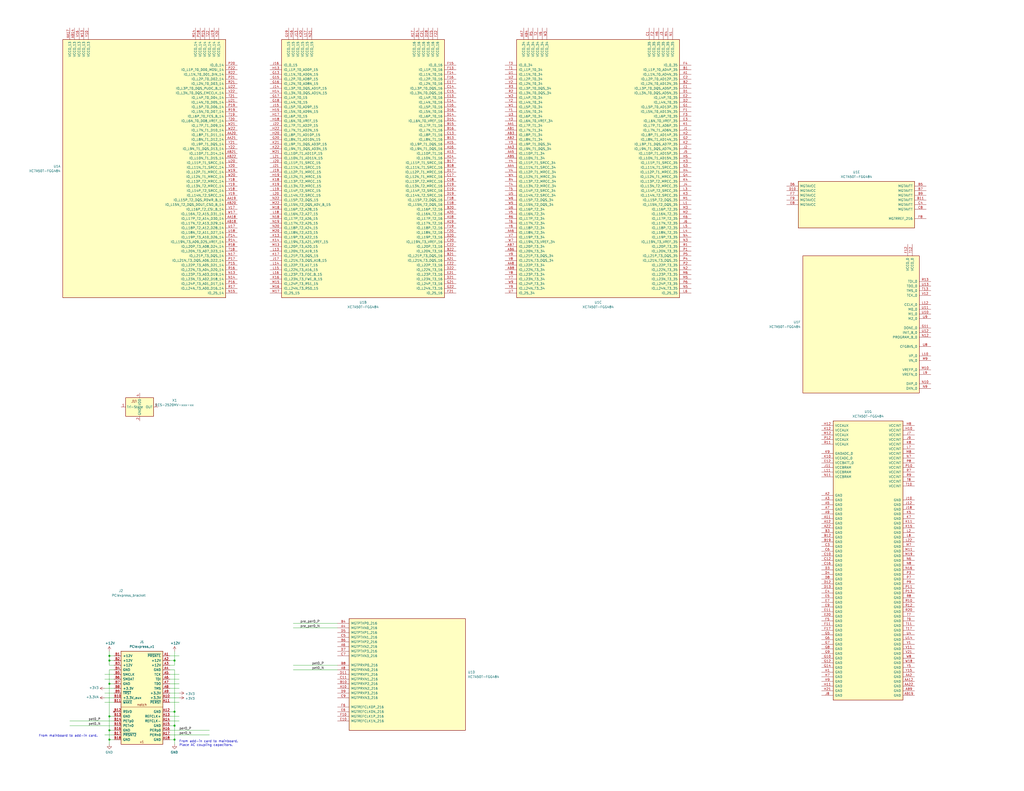
<source format=kicad_sch>
(kicad_sch (version 20230121) (generator eeschema)
  (paper "C")
  (title_block (title "PCIexpress_x1_low") (company "Author: Luca Anastasio"))
  (lib_symbols
    (symbol "FPGA_Xilinx_Artix7:XC7A50T-FGG484" (pin_names (offset 1.016))
      (property "Reference" "U" (at 0 1.27 0))
      (property "Value" "XC7A50T-FGG484" (at 0 -1.27 0))
      (symbol "XC7A50T-FGG484_1_1"
        (pin power_in line (at -40.64 73.66 270) (length 6.35) (name "VCCO_13") (number "AA17"))
        (pin bidirectional line (at 50.8 -30.48 180) (length 6.35) (name "IO_L17P_T2_A14_D30_14") (number "AA18"))
        (pin bidirectional line (at 50.8 -20.32 180) (length 6.35) (name "IO_L15P_T2_DQS_RDWR_B_14") (number "AA19"))
        (pin bidirectional line (at 50.8 15.24 180) (length 6.35) (name "IO_L8P_T1_D11_14") (number "AA20"))
        (pin bidirectional line (at 50.8 12.7 180) (length 6.35) (name "IO_L8N_T1_D12_14") (number "AA21"))
        (pin power_in line (at -38.1 73.66 270) (length 6.35) (name "VCCO_13") (number "AB14"))
        (pin bidirectional line (at 50.8 -33.02 180) (length 6.35) (name "IO_L17N_T2_A13_D29_14") (number "AB18"))
        (pin bidirectional line (at 50.8 -22.86 180) (length 6.35) (name "IO_L15N_T2_DQS_DOUT_CSO_B_14") (number "AB20"))
        (pin bidirectional line (at 50.8 5.08 180) (length 6.35) (name "IO_L10P_T1_D14_14") (number "AB21"))
        (pin bidirectional line (at 50.8 2.54 180) (length 6.35) (name "IO_L10N_T1_D15_14") (number "AB22"))
        (pin power_in line (at 27.94 73.66 270) (length 6.35) (name "VCCO_14") (number "M14"))
        (pin bidirectional line (at 50.8 -60.96 180) (length 6.35) (name "IO_L23P_T3_A03_D19_14") (number "N13"))
        (pin bidirectional line (at 50.8 -63.5 180) (length 6.35) (name "IO_L23N_T3_A02_D18_14") (number "N14"))
        (pin bidirectional line (at 50.8 -71.12 180) (length 6.35) (name "IO_25_14") (number "N15"))
        (pin bidirectional line (at 50.8 -50.8 180) (length 6.35) (name "IO_L21P_T3_DQS_14") (number "N17"))
        (pin bidirectional line (at 50.8 -40.64 180) (length 6.35) (name "IO_L19P_T3_A10_D26_14") (number "P14"))
        (pin bidirectional line (at 50.8 -55.88 180) (length 6.35) (name "IO_L22P_T3_A05_D21_14") (number "P15"))
        (pin bidirectional line (at 50.8 -66.04 180) (length 6.35) (name "IO_L24P_T3_A01_D17_14") (number "P16"))
        (pin bidirectional line (at 50.8 -53.34 180) (length 6.35) (name "IO_L21N_T3_DQS_A06_D22_14") (number "P17"))
        (pin power_in line (at 30.48 73.66 270) (length 6.35) (name "VCCO_14") (number "P18"))
        (pin bidirectional line (at 50.8 30.48 180) (length 6.35) (name "IO_L5P_T0_D06_14") (number "P19"))
        (pin bidirectional line (at 50.8 53.34 180) (length 6.35) (name "IO_0_14") (number "P20"))
        (pin bidirectional line (at 50.8 45.72 180) (length 6.35) (name "IO_L2P_T0_D02_14") (number "P21"))
        (pin bidirectional line (at 50.8 50.8 180) (length 6.35) (name "IO_L1P_T0_D00_MOSI_14") (number "P22"))
        (pin bidirectional line (at 50.8 -43.18 180) (length 6.35) (name "IO_L19N_T3_A09_D25_VREF_14") (number "R14"))
        (pin power_in line (at 33.02 73.66 270) (length 6.35) (name "VCCO_14") (number "R15"))
        (pin bidirectional line (at 50.8 -58.42 180) (length 6.35) (name "IO_L22N_T3_A04_D20_14") (number "R16"))
        (pin bidirectional line (at 50.8 -68.58 180) (length 6.35) (name "IO_L24N_T3_A00_D16_14") (number "R17"))
        (pin bidirectional line (at 50.8 -45.72 180) (length 6.35) (name "IO_L20P_T3_A08_D24_14") (number "R18"))
        (pin bidirectional line (at 50.8 27.94 180) (length 6.35) (name "IO_L5N_T0_D07_14") (number "R19"))
        (pin bidirectional line (at 50.8 43.18 180) (length 6.35) (name "IO_L2N_T0_D03_14") (number "R21"))
        (pin bidirectional line (at 50.8 48.26 180) (length 6.35) (name "IO_L1N_T0_D01_DIN_14") (number "R22"))
        (pin bidirectional line (at 50.8 -48.26 180) (length 6.35) (name "IO_L20N_T3_A07_D23_14") (number "T18"))
        (pin bidirectional line (at 50.8 25.4 180) (length 6.35) (name "IO_L6P_T0_FCS_B_14") (number "T19"))
        (pin bidirectional line (at 50.8 22.86 180) (length 6.35) (name "IO_L6N_T0_D08_VREF_14") (number "T20"))
        (pin bidirectional line (at 50.8 35.56 180) (length 6.35) (name "IO_L4P_T0_D04_14") (number "T21"))
        (pin power_in line (at 35.56 73.66 270) (length 6.35) (name "VCCO_14") (number "T22"))
        (pin bidirectional line (at 50.8 -35.56 180) (length 6.35) (name "IO_L18P_T2_A12_D28_14") (number "U17"))
        (pin bidirectional line (at 50.8 -38.1 180) (length 6.35) (name "IO_L18N_T2_A11_D27_14") (number "U18"))
        (pin power_in line (at 38.1 73.66 270) (length 6.35) (name "VCCO_14") (number "U19"))
        (pin bidirectional line (at 50.8 0 180) (length 6.35) (name "IO_L11P_T1_SRCC_14") (number "U20"))
        (pin bidirectional line (at 50.8 33.02 180) (length 6.35) (name "IO_L4N_T0_D05_14") (number "U21"))
        (pin bidirectional line (at 50.8 40.64 180) (length 6.35) (name "IO_L3P_T0_DQS_PUDC_B_14") (number "U22"))
        (pin power_in line (at -35.56 73.66 270) (length 6.35) (name "VCCO_13") (number "V16"))
        (pin bidirectional line (at 50.8 -25.4 180) (length 6.35) (name "IO_L16P_T2_CSI_B_14") (number "V17"))
        (pin bidirectional line (at 50.8 -15.24 180) (length 6.35) (name "IO_L14P_T2_SRCC_14") (number "V18"))
        (pin bidirectional line (at 50.8 -17.78 180) (length 6.35) (name "IO_L14N_T2_SRCC_14") (number "V19"))
        (pin bidirectional line (at 50.8 -2.54 180) (length 6.35) (name "IO_L11N_T1_SRCC_14") (number "V20"))
        (pin bidirectional line (at 50.8 38.1 180) (length 6.35) (name "IO_L3N_T0_DQS_EMCCLK_14") (number "V22"))
        (pin power_in line (at -33.02 73.66 270) (length 6.35) (name "VCCO_13") (number "W13"))
        (pin bidirectional line (at 50.8 -27.94 180) (length 6.35) (name "IO_L16N_T2_A15_D31_14") (number "W17"))
        (pin bidirectional line (at 50.8 -5.08 180) (length 6.35) (name "IO_L12P_T1_MRCC_14") (number "W19"))
        (pin bidirectional line (at 50.8 -7.62 180) (length 6.35) (name "IO_L12N_T1_MRCC_14") (number "W20"))
        (pin bidirectional line (at 50.8 20.32 180) (length 6.35) (name "IO_L7P_T1_D09_14") (number "W21"))
        (pin bidirectional line (at 50.8 17.78 180) (length 6.35) (name "IO_L7N_T1_D10_14") (number "W22"))
        (pin power_in line (at -30.48 73.66 270) (length 6.35) (name "VCCO_13") (number "Y10"))
        (pin bidirectional line (at 50.8 -10.16 180) (length 6.35) (name "IO_L13P_T2_MRCC_14") (number "Y18"))
        (pin bidirectional line (at 50.8 -12.7 180) (length 6.35) (name "IO_L13N_T2_MRCC_14") (number "Y19"))
        (pin power_in line (at 40.64 73.66 270) (length 6.35) (name "VCCO_14") (number "Y20"))
        (pin bidirectional line (at 50.8 10.16 180) (length 6.35) (name "IO_L9P_T1_DQS_14") (number "Y21"))
        (pin bidirectional line (at 50.8 7.62 180) (length 6.35) (name "IO_L9N_T1_DQS_D13_14") (number "Y22"))
      )
      (symbol "XC7A50T-FGG484_2_1"
        (pin bidirectional line (at 50.8 5.08 180) (length 6.35) (name "IO_L10P_T1_16") (number "A13"))
        (pin bidirectional line (at 50.8 2.54 180) (length 6.35) (name "IO_L10N_T1_16") (number "A14"))
        (pin bidirectional line (at 50.8 10.16 180) (length 6.35) (name "IO_L9P_T1_DQS_16") (number "A15"))
        (pin bidirectional line (at 50.8 7.62 180) (length 6.35) (name "IO_L9N_T1_DQS_16") (number "A16"))
        (pin power_in line (at 27.94 73.66 270) (length 6.35) (name "VCCO_16") (number "A17"))
        (pin bidirectional line (at 50.8 -30.48 180) (length 6.35) (name "IO_L17P_T2_16") (number "A18"))
        (pin bidirectional line (at 50.8 -33.02 180) (length 6.35) (name "IO_L17N_T2_16") (number "A19"))
        (pin bidirectional line (at 50.8 -27.94 180) (length 6.35) (name "IO_L16N_T2_16") (number "A20"))
        (pin bidirectional line (at 50.8 -53.34 180) (length 6.35) (name "IO_L21N_T3_DQS_16") (number "A21"))
        (pin bidirectional line (at 50.8 12.7 180) (length 6.35) (name "IO_L8N_T1_16") (number "B13"))
        (pin power_in line (at 30.48 73.66 270) (length 6.35) (name "VCCO_16") (number "B14"))
        (pin bidirectional line (at 50.8 20.32 180) (length 6.35) (name "IO_L7P_T1_16") (number "B15"))
        (pin bidirectional line (at 50.8 17.78 180) (length 6.35) (name "IO_L7N_T1_16") (number "B16"))
        (pin bidirectional line (at 50.8 0 180) (length 6.35) (name "IO_L11P_T1_SRCC_16") (number "B17"))
        (pin bidirectional line (at 50.8 -2.54 180) (length 6.35) (name "IO_L11N_T1_SRCC_16") (number "B18"))
        (pin bidirectional line (at 50.8 -25.4 180) (length 6.35) (name "IO_L16P_T2_16") (number "B20"))
        (pin bidirectional line (at 50.8 -50.8 180) (length 6.35) (name "IO_L21P_T3_DQS_16") (number "B21"))
        (pin bidirectional line (at 50.8 -48.26 180) (length 6.35) (name "IO_L20N_T3_16") (number "B22"))
        (pin bidirectional line (at 50.8 15.24 180) (length 6.35) (name "IO_L8P_T1_16") (number "C13"))
        (pin bidirectional line (at 50.8 40.64 180) (length 6.35) (name "IO_L3P_T0_DQS_16") (number "C14"))
        (pin bidirectional line (at 50.8 38.1 180) (length 6.35) (name "IO_L3N_T0_DQS_16") (number "C15"))
        (pin bidirectional line (at 50.8 -7.62 180) (length 6.35) (name "IO_L12N_T1_MRCC_16") (number "C17"))
        (pin bidirectional line (at 50.8 -10.16 180) (length 6.35) (name "IO_L13P_T2_MRCC_16") (number "C18"))
        (pin bidirectional line (at 50.8 -12.7 180) (length 6.35) (name "IO_L13N_T2_MRCC_16") (number "C19"))
        (pin bidirectional line (at 50.8 -43.18 180) (length 6.35) (name "IO_L19N_T3_VREF_16") (number "C20"))
        (pin power_in line (at 33.02 73.66 270) (length 6.35) (name "VCCO_16") (number "C21"))
        (pin bidirectional line (at 50.8 -45.72 180) (length 6.35) (name "IO_L20P_T3_16") (number "C22"))
        (pin bidirectional line (at 50.8 25.4 180) (length 6.35) (name "IO_L6P_T0_16") (number "D14"))
        (pin bidirectional line (at 50.8 22.86 180) (length 6.35) (name "IO_L6N_T0_VREF_16") (number "D15"))
        (pin bidirectional line (at 50.8 27.94 180) (length 6.35) (name "IO_L5N_T0_16") (number "D16"))
        (pin bidirectional line (at 50.8 -5.08 180) (length 6.35) (name "IO_L12P_T1_MRCC_16") (number "D17"))
        (pin power_in line (at 35.56 73.66 270) (length 6.35) (name "VCCO_16") (number "D18"))
        (pin bidirectional line (at 50.8 -17.78 180) (length 6.35) (name "IO_L14N_T2_SRCC_16") (number "D19"))
        (pin bidirectional line (at 50.8 -40.64 180) (length 6.35) (name "IO_L19P_T3_16") (number "D20"))
        (pin bidirectional line (at 50.8 -63.5 180) (length 6.35) (name "IO_L23N_T3_16") (number "D21"))
        (pin bidirectional line (at 50.8 -58.42 180) (length 6.35) (name "IO_L22N_T3_16") (number "D22"))
        (pin bidirectional line (at 50.8 35.56 180) (length 6.35) (name "IO_L4P_T0_16") (number "E13"))
        (pin bidirectional line (at 50.8 33.02 180) (length 6.35) (name "IO_L4N_T0_16") (number "E14"))
        (pin power_in line (at 38.1 73.66 270) (length 6.35) (name "VCCO_16") (number "E15"))
        (pin bidirectional line (at 50.8 30.48 180) (length 6.35) (name "IO_L5P_T0_16") (number "E16"))
        (pin bidirectional line (at 50.8 43.18 180) (length 6.35) (name "IO_L2N_T0_16") (number "E17"))
        (pin bidirectional line (at 50.8 -22.86 180) (length 6.35) (name "IO_L15N_T2_DQS_16") (number "E18"))
        (pin bidirectional line (at 50.8 -15.24 180) (length 6.35) (name "IO_L14P_T2_SRCC_16") (number "E19"))
        (pin bidirectional line (at 50.8 -60.96 180) (length 6.35) (name "IO_L23P_T3_16") (number "E21"))
        (pin bidirectional line (at 50.8 -55.88 180) (length 6.35) (name "IO_L22P_T3_16") (number "E22"))
        (pin bidirectional line (at 50.8 50.8 180) (length 6.35) (name "IO_L1P_T0_16") (number "F13"))
        (pin bidirectional line (at 50.8 48.26 180) (length 6.35) (name "IO_L1N_T0_16") (number "F14"))
        (pin bidirectional line (at 50.8 53.34 180) (length 6.35) (name "IO_0_16") (number "F15"))
        (pin bidirectional line (at 50.8 45.72 180) (length 6.35) (name "IO_L2P_T0_16") (number "F16"))
        (pin bidirectional line (at 50.8 -20.32 180) (length 6.35) (name "IO_L15P_T2_DQS_16") (number "F18"))
        (pin bidirectional line (at 50.8 -35.56 180) (length 6.35) (name "IO_L18P_T2_16") (number "F19"))
        (pin bidirectional line (at 50.8 -38.1 180) (length 6.35) (name "IO_L18N_T2_16") (number "F20"))
        (pin bidirectional line (at 50.8 -71.12 180) (length 6.35) (name "IO_25_16") (number "F21"))
        (pin power_in line (at 40.64 73.66 270) (length 6.35) (name "VCCO_16") (number "F22"))
        (pin bidirectional line (at -50.8 48.26 0) (length 6.35) (name "IO_L1N_T0_AD0N_15") (number "G13"))
        (pin bidirectional line (at -50.8 45.72 0) (length 6.35) (name "IO_L2P_T0_AD8P_15") (number "G15"))
        (pin bidirectional line (at -50.8 43.18 0) (length 6.35) (name "IO_L2N_T0_AD8N_15") (number "G16"))
        (pin bidirectional line (at -50.8 35.56 0) (length 6.35) (name "IO_L4P_T0_15") (number "G17"))
        (pin bidirectional line (at -50.8 33.02 0) (length 6.35) (name "IO_L4N_T0_15") (number "G18"))
        (pin power_in line (at -40.64 73.66 270) (length 6.35) (name "VCCO_15") (number "G19"))
        (pin bidirectional line (at -50.8 12.7 0) (length 6.35) (name "IO_L8N_T1_AD10N_15") (number "G20"))
        (pin bidirectional line (at 50.8 -66.04 180) (length 6.35) (name "IO_L24P_T3_16") (number "G21"))
        (pin bidirectional line (at 50.8 -68.58 180) (length 6.35) (name "IO_L24N_T3_16") (number "G22"))
        (pin bidirectional line (at -50.8 50.8 0) (length 6.35) (name "IO_L1P_T0_AD0P_15") (number "H13"))
        (pin bidirectional line (at -50.8 38.1 0) (length 6.35) (name "IO_L3N_T0_DQS_AD1N_15") (number "H14"))
        (pin bidirectional line (at -50.8 27.94 0) (length 6.35) (name "IO_L5N_T0_AD9N_15") (number "H15"))
        (pin power_in line (at -38.1 73.66 270) (length 6.35) (name "VCCO_15") (number "H16"))
        (pin bidirectional line (at -50.8 25.4 0) (length 6.35) (name "IO_L6P_T0_15") (number "H17"))
        (pin bidirectional line (at -50.8 22.86 0) (length 6.35) (name "IO_L6N_T0_VREF_15") (number "H18"))
        (pin bidirectional line (at -50.8 -7.62 0) (length 6.35) (name "IO_L12N_T1_MRCC_15") (number "H19"))
        (pin bidirectional line (at -50.8 15.24 0) (length 6.35) (name "IO_L8P_T1_AD10P_15") (number "H20"))
        (pin bidirectional line (at -50.8 17.78 0) (length 6.35) (name "IO_L7N_T1_AD2N_15") (number "H22"))
        (pin power_in line (at -35.56 73.66 270) (length 6.35) (name "VCCO_15") (number "J13"))
        (pin bidirectional line (at -50.8 40.64 0) (length 6.35) (name "IO_L3P_T0_DQS_AD1P_15") (number "J14"))
        (pin bidirectional line (at -50.8 30.48 0) (length 6.35) (name "IO_L5P_T0_AD9P_15") (number "J15"))
        (pin bidirectional line (at -50.8 53.34 0) (length 6.35) (name "IO_0_15") (number "J16"))
        (pin bidirectional line (at -50.8 -53.34 0) (length 6.35) (name "IO_L21N_T3_DQS_A18_15") (number "J17"))
        (pin bidirectional line (at -50.8 -5.08 0) (length 6.35) (name "IO_L12P_T1_MRCC_15") (number "J19"))
        (pin bidirectional line (at -50.8 0 0) (length 6.35) (name "IO_L11P_T1_SRCC_15") (number "J20"))
        (pin bidirectional line (at -50.8 -2.54 0) (length 6.35) (name "IO_L11N_T1_SRCC_15") (number "J21"))
        (pin bidirectional line (at -50.8 20.32 0) (length 6.35) (name "IO_L7P_T1_AD2P_15") (number "J22"))
        (pin bidirectional line (at -50.8 -40.64 0) (length 6.35) (name "IO_L19P_T3_A22_15") (number "K13"))
        (pin bidirectional line (at -50.8 -43.18 0) (length 6.35) (name "IO_L19N_T3_A21_VREF_15") (number "K14"))
        (pin bidirectional line (at -50.8 -63.5 0) (length 6.35) (name "IO_L23N_T3_FWE_B_15") (number "K16"))
        (pin bidirectional line (at -50.8 -50.8 0) (length 6.35) (name "IO_L21P_T3_DQS_15") (number "K17"))
        (pin bidirectional line (at -50.8 -10.16 0) (length 6.35) (name "IO_L13P_T2_MRCC_15") (number "K18"))
        (pin bidirectional line (at -50.8 -12.7 0) (length 6.35) (name "IO_L13N_T2_MRCC_15") (number "K19"))
        (pin power_in line (at -33.02 73.66 270) (length 6.35) (name "VCCO_15") (number "K20"))
        (pin bidirectional line (at -50.8 10.16 0) (length 6.35) (name "IO_L9P_T1_DQS_AD3P_15") (number "K21"))
        (pin bidirectional line (at -50.8 7.62 0) (length 6.35) (name "IO_L9N_T1_DQS_AD3N_15") (number "K22"))
        (pin bidirectional line (at -50.8 -48.26 0) (length 6.35) (name "IO_L20N_T3_A19_15") (number "L13"))
        (pin bidirectional line (at -50.8 -55.88 0) (length 6.35) (name "IO_L22P_T3_A17_15") (number "L14"))
        (pin bidirectional line (at -50.8 -58.42 0) (length 6.35) (name "IO_L22N_T3_A16_15") (number "L15"))
        (pin bidirectional line (at -50.8 -60.96 0) (length 6.35) (name "IO_L23P_T3_FOE_B_15") (number "L16"))
        (pin power_in line (at -30.48 73.66 270) (length 6.35) (name "VCCO_15") (number "L17"))
        (pin bidirectional line (at -50.8 -27.94 0) (length 6.35) (name "IO_L16N_T2_A27_15") (number "L18"))
        (pin bidirectional line (at -50.8 -15.24 0) (length 6.35) (name "IO_L14P_T2_SRCC_15") (number "L19"))
        (pin bidirectional line (at -50.8 -17.78 0) (length 6.35) (name "IO_L14N_T2_SRCC_15") (number "L20"))
        (pin bidirectional line (at -50.8 2.54 0) (length 6.35) (name "IO_L10N_T1_AD11N_15") (number "L21"))
        (pin bidirectional line (at -50.8 -45.72 0) (length 6.35) (name "IO_L20P_T3_A20_15") (number "M13"))
        (pin bidirectional line (at -50.8 -66.04 0) (length 6.35) (name "IO_L24P_T3_RS1_15") (number "M15"))
        (pin bidirectional line (at -50.8 -68.58 0) (length 6.35) (name "IO_L24N_T3_RS0_15") (number "M16"))
        (pin bidirectional line (at -50.8 -71.12 0) (length 6.35) (name "IO_25_15") (number "M17"))
        (pin bidirectional line (at -50.8 -25.4 0) (length 6.35) (name "IO_L16P_T2_A28_15") (number "M18"))
        (pin bidirectional line (at -50.8 -38.1 0) (length 6.35) (name "IO_L18N_T2_A23_15") (number "M20"))
        (pin bidirectional line (at -50.8 5.08 0) (length 6.35) (name "IO_L10P_T1_AD11P_15") (number "M21"))
        (pin bidirectional line (at -50.8 -22.86 0) (length 6.35) (name "IO_L15N_T2_DQS_ADV_B_15") (number "M22"))
        (pin bidirectional line (at -50.8 -30.48 0) (length 6.35) (name "IO_L17P_T2_A26_15") (number "N18"))
        (pin bidirectional line (at -50.8 -33.02 0) (length 6.35) (name "IO_L17N_T2_A25_15") (number "N19"))
        (pin bidirectional line (at -50.8 -35.56 0) (length 6.35) (name "IO_L18P_T2_A24_15") (number "N20"))
        (pin power_in line (at -27.94 73.66 270) (length 6.35) (name "VCCO_15") (number "N21"))
        (pin bidirectional line (at -50.8 -20.32 0) (length 6.35) (name "IO_L15P_T2_DQS_15") (number "N22"))
      )
      (symbol "XC7A50T-FGG484_3_1"
        (pin bidirectional line (at 50.8 48.26 180) (length 6.35) (name "IO_L1N_T0_AD4N_35") (number "A1"))
        (pin bidirectional line (at -50.8 20.32 0) (length 6.35) (name "IO_L7P_T1_34") (number "AA1"))
        (pin bidirectional line (at -50.8 7.62 0) (length 6.35) (name "IO_L9N_T1_DQS_34") (number "AA3"))
        (pin bidirectional line (at -50.8 -2.54 0) (length 6.35) (name "IO_L11N_T1_SRCC_34") (number "AA4"))
        (pin bidirectional line (at -50.8 5.08 0) (length 6.35) (name "IO_L10P_T1_34") (number "AA5"))
        (pin bidirectional line (at -50.8 -38.1 0) (length 6.35) (name "IO_L18N_T2_34") (number "AA6"))
        (pin power_in line (at -40.64 73.66 270) (length 6.35) (name "VCCO_34") (number "AA7"))
        (pin bidirectional line (at -50.8 -55.88 0) (length 6.35) (name "IO_L22P_T3_34") (number "AA8"))
        (pin bidirectional line (at -50.8 17.78 0) (length 6.35) (name "IO_L7N_T1_34") (number "AB1"))
        (pin bidirectional line (at -50.8 12.7 0) (length 6.35) (name "IO_L8N_T1_34") (number "AB2"))
        (pin bidirectional line (at -50.8 15.24 0) (length 6.35) (name "IO_L8P_T1_34") (number "AB3"))
        (pin power_in line (at -38.1 73.66 270) (length 6.35) (name "VCCO_34") (number "AB4"))
        (pin bidirectional line (at -50.8 2.54 0) (length 6.35) (name "IO_L10N_T1_34") (number "AB5"))
        (pin bidirectional line (at -50.8 -48.26 0) (length 6.35) (name "IO_L20N_T3_34") (number "AB6"))
        (pin bidirectional line (at -50.8 -45.72 0) (length 6.35) (name "IO_L20P_T3_34") (number "AB7"))
        (pin bidirectional line (at -50.8 -58.42 0) (length 6.35) (name "IO_L22N_T3_34") (number "AB8"))
        (pin bidirectional line (at 50.8 50.8 180) (length 6.35) (name "IO_L1P_T0_AD4P_35") (number "B1"))
        (pin bidirectional line (at 50.8 43.18 180) (length 6.35) (name "IO_L2N_T0_AD12N_35") (number "B2"))
        (pin power_in line (at 27.94 73.66 270) (length 6.35) (name "VCCO_35") (number "C1"))
        (pin bidirectional line (at 50.8 45.72 180) (length 6.35) (name "IO_L2P_T0_AD12P_35") (number "C2"))
        (pin bidirectional line (at 50.8 38.1 180) (length 6.35) (name "IO_L3N_T0_DQS_AD5N_35") (number "D1"))
        (pin bidirectional line (at 50.8 33.02 180) (length 6.35) (name "IO_L4N_T0_35") (number "D2"))
        (pin bidirectional line (at 50.8 40.64 180) (length 6.35) (name "IO_L3P_T0_DQS_AD5P_35") (number "E1"))
        (pin bidirectional line (at 50.8 35.56 180) (length 6.35) (name "IO_L4P_T0_35") (number "E2"))
        (pin bidirectional line (at 50.8 22.86 180) (length 6.35) (name "IO_L6N_T0_VREF_35") (number "E3"))
        (pin bidirectional line (at 50.8 27.94 180) (length 6.35) (name "IO_L5N_T0_AD13N_35") (number "F1"))
        (pin power_in line (at 30.48 73.66 270) (length 6.35) (name "VCCO_35") (number "F2"))
        (pin bidirectional line (at 50.8 25.4 180) (length 6.35) (name "IO_L6P_T0_35") (number "F3"))
        (pin bidirectional line (at 50.8 53.34 180) (length 6.35) (name "IO_0_35") (number "F4"))
        (pin bidirectional line (at 50.8 30.48 180) (length 6.35) (name "IO_L5P_T0_AD13P_35") (number "G1"))
        (pin bidirectional line (at 50.8 12.7 180) (length 6.35) (name "IO_L8N_T1_AD14N_35") (number "G2"))
        (pin bidirectional line (at 50.8 -2.54 180) (length 6.35) (name "IO_L11N_T1_SRCC_35") (number "G3"))
        (pin bidirectional line (at 50.8 -7.62 180) (length 6.35) (name "IO_L12N_T1_MRCC_35") (number "G4"))
        (pin bidirectional line (at 50.8 15.24 180) (length 6.35) (name "IO_L8P_T1_AD14P_35") (number "H2"))
        (pin bidirectional line (at 50.8 0 180) (length 6.35) (name "IO_L11P_T1_SRCC_35") (number "H3"))
        (pin bidirectional line (at 50.8 -5.08 180) (length 6.35) (name "IO_L12P_T1_MRCC_35") (number "H4"))
        (pin bidirectional line (at 50.8 2.54 180) (length 6.35) (name "IO_L10N_T1_AD15N_35") (number "H5"))
        (pin power_in line (at 33.02 73.66 270) (length 6.35) (name "VCCO_35") (number "H6"))
        (pin bidirectional line (at 50.8 17.78 180) (length 6.35) (name "IO_L7N_T1_AD6N_35") (number "J1"))
        (pin bidirectional line (at 50.8 7.62 180) (length 6.35) (name "IO_L9N_T1_DQS_AD7N_35") (number "J2"))
        (pin power_in line (at 35.56 73.66 270) (length 6.35) (name "VCCO_35") (number "J3"))
        (pin bidirectional line (at 50.8 -12.7 180) (length 6.35) (name "IO_L13N_T2_MRCC_35") (number "J4"))
        (pin bidirectional line (at 50.8 5.08 180) (length 6.35) (name "IO_L10P_T1_AD15P_35") (number "J5"))
        (pin bidirectional line (at 50.8 -33.02 180) (length 6.35) (name "IO_L17N_T2_35") (number "J6"))
        (pin bidirectional line (at 50.8 20.32 180) (length 6.35) (name "IO_L7P_T1_AD6P_35") (number "K1"))
        (pin bidirectional line (at 50.8 10.16 180) (length 6.35) (name "IO_L9P_T1_DQS_AD7P_35") (number "K2"))
        (pin bidirectional line (at 50.8 -17.78 180) (length 6.35) (name "IO_L14N_T2_SRCC_35") (number "K3"))
        (pin bidirectional line (at 50.8 -10.16 180) (length 6.35) (name "IO_L13P_T2_MRCC_35") (number "K4"))
        (pin bidirectional line (at 50.8 -30.48 180) (length 6.35) (name "IO_L17P_T2_35") (number "K6"))
        (pin bidirectional line (at 50.8 -22.86 180) (length 6.35) (name "IO_L15N_T2_DQS_35") (number "L1"))
        (pin bidirectional line (at 50.8 -15.24 180) (length 6.35) (name "IO_L14P_T2_SRCC_35") (number "L3"))
        (pin bidirectional line (at 50.8 -38.1 180) (length 6.35) (name "IO_L18N_T2_35") (number "L4"))
        (pin bidirectional line (at 50.8 -35.56 180) (length 6.35) (name "IO_L18P_T2_35") (number "L5"))
        (pin bidirectional line (at 50.8 -71.12 180) (length 6.35) (name "IO_25_35") (number "L6"))
        (pin bidirectional line (at 50.8 -20.32 180) (length 6.35) (name "IO_L15P_T2_DQS_35") (number "M1"))
        (pin bidirectional line (at 50.8 -27.94 180) (length 6.35) (name "IO_L16N_T2_35") (number "M2"))
        (pin bidirectional line (at 50.8 -25.4 180) (length 6.35) (name "IO_L16P_T2_35") (number "M3"))
        (pin power_in line (at 38.1 73.66 270) (length 6.35) (name "VCCO_35") (number "M4"))
        (pin bidirectional line (at 50.8 -63.5 180) (length 6.35) (name "IO_L23N_T3_35") (number "M5"))
        (pin bidirectional line (at 50.8 -60.96 180) (length 6.35) (name "IO_L23P_T3_35") (number "M6"))
        (pin power_in line (at 40.64 73.66 270) (length 6.35) (name "VCCO_35") (number "N1"))
        (pin bidirectional line (at 50.8 -58.42 180) (length 6.35) (name "IO_L22N_T3_35") (number "N2"))
        (pin bidirectional line (at 50.8 -43.18 180) (length 6.35) (name "IO_L19N_T3_VREF_35") (number "N3"))
        (pin bidirectional line (at 50.8 -40.64 180) (length 6.35) (name "IO_L19P_T3_35") (number "N4"))
        (pin bidirectional line (at 50.8 -68.58 180) (length 6.35) (name "IO_L24N_T3_35") (number "N5"))
        (pin bidirectional line (at 50.8 -48.26 180) (length 6.35) (name "IO_L20N_T3_35") (number "P1"))
        (pin bidirectional line (at 50.8 -55.88 180) (length 6.35) (name "IO_L22P_T3_35") (number "P2"))
        (pin bidirectional line (at 50.8 -53.34 180) (length 6.35) (name "IO_L21N_T3_DQS_35") (number "P4"))
        (pin bidirectional line (at 50.8 -50.8 180) (length 6.35) (name "IO_L21P_T3_DQS_35") (number "P5"))
        (pin bidirectional line (at 50.8 -66.04 180) (length 6.35) (name "IO_L24P_T3_35") (number "P6"))
        (pin bidirectional line (at 50.8 -45.72 180) (length 6.35) (name "IO_L20P_T3_35") (number "R1"))
        (pin bidirectional line (at -50.8 38.1 0) (length 6.35) (name "IO_L3N_T0_DQS_34") (number "R2"))
        (pin bidirectional line (at -50.8 40.64 0) (length 6.35) (name "IO_L3P_T0_DQS_34") (number "R3"))
        (pin bidirectional line (at -50.8 -10.16 0) (length 6.35) (name "IO_L13P_T2_MRCC_34") (number "R4"))
        (pin power_in line (at -35.56 73.66 270) (length 6.35) (name "VCCO_34") (number "R5"))
        (pin bidirectional line (at -50.8 -30.48 0) (length 6.35) (name "IO_L17P_T2_34") (number "R6"))
        (pin bidirectional line (at -50.8 50.8 0) (length 6.35) (name "IO_L1P_T0_34") (number "T1"))
        (pin power_in line (at -33.02 73.66 270) (length 6.35) (name "VCCO_34") (number "T2"))
        (pin bidirectional line (at -50.8 53.34 0) (length 6.35) (name "IO_0_34") (number "T3"))
        (pin bidirectional line (at -50.8 -12.7 0) (length 6.35) (name "IO_L13N_T2_MRCC_34") (number "T4"))
        (pin bidirectional line (at -50.8 -15.24 0) (length 6.35) (name "IO_L14P_T2_SRCC_34") (number "T5"))
        (pin bidirectional line (at -50.8 -33.02 0) (length 6.35) (name "IO_L17N_T2_34") (number "T6"))
        (pin bidirectional line (at -50.8 48.26 0) (length 6.35) (name "IO_L1N_T0_34") (number "U1"))
        (pin bidirectional line (at -50.8 45.72 0) (length 6.35) (name "IO_L2P_T0_34") (number "U2"))
        (pin bidirectional line (at -50.8 25.4 0) (length 6.35) (name "IO_L6P_T0_34") (number "U3"))
        (pin bidirectional line (at -50.8 -17.78 0) (length 6.35) (name "IO_L14N_T2_SRCC_34") (number "U5"))
        (pin bidirectional line (at -50.8 -25.4 0) (length 6.35) (name "IO_L16P_T2_34") (number "U6"))
        (pin bidirectional line (at -50.8 -71.12 0) (length 6.35) (name "IO_25_34") (number "U7"))
        (pin bidirectional line (at -50.8 43.18 0) (length 6.35) (name "IO_L2N_T0_34") (number "V2"))
        (pin bidirectional line (at -50.8 22.86 0) (length 6.35) (name "IO_L6N_T0_VREF_34") (number "V3"))
        (pin bidirectional line (at -50.8 -5.08 0) (length 6.35) (name "IO_L12P_T1_MRCC_34") (number "V4"))
        (pin bidirectional line (at -50.8 -27.94 0) (length 6.35) (name "IO_L16N_T2_34") (number "V5"))
        (pin power_in line (at -30.48 73.66 270) (length 6.35) (name "VCCO_34") (number "V6"))
        (pin bidirectional line (at -50.8 -40.64 0) (length 6.35) (name "IO_L19P_T3_34") (number "V7"))
        (pin bidirectional line (at -50.8 -53.34 0) (length 6.35) (name "IO_L21N_T3_DQS_34") (number "V8"))
        (pin bidirectional line (at -50.8 -50.8 0) (length 6.35) (name "IO_L21P_T3_DQS_34") (number "V9"))
        (pin bidirectional line (at -50.8 30.48 0) (length 6.35) (name "IO_L5P_T0_34") (number "W1"))
        (pin bidirectional line (at -50.8 35.56 0) (length 6.35) (name "IO_L4P_T0_34") (number "W2"))
        (pin power_in line (at -27.94 73.66 270) (length 6.35) (name "VCCO_34") (number "W3"))
        (pin bidirectional line (at -50.8 -7.62 0) (length 6.35) (name "IO_L12N_T1_MRCC_34") (number "W4"))
        (pin bidirectional line (at -50.8 -22.86 0) (length 6.35) (name "IO_L15N_T2_DQS_34") (number "W5"))
        (pin bidirectional line (at -50.8 -20.32 0) (length 6.35) (name "IO_L15P_T2_DQS_34") (number "W6"))
        (pin bidirectional line (at -50.8 -43.18 0) (length 6.35) (name "IO_L19N_T3_VREF_34") (number "W7"))
        (pin bidirectional line (at -50.8 -66.04 0) (length 6.35) (name "IO_L24P_T3_34") (number "W9"))
        (pin bidirectional line (at -50.8 27.94 0) (length 6.35) (name "IO_L5N_T0_34") (number "Y1"))
        (pin bidirectional line (at -50.8 33.02 0) (length 6.35) (name "IO_L4N_T0_34") (number "Y2"))
        (pin bidirectional line (at -50.8 10.16 0) (length 6.35) (name "IO_L9P_T1_DQS_34") (number "Y3"))
        (pin bidirectional line (at -50.8 0 0) (length 6.35) (name "IO_L11P_T1_SRCC_34") (number "Y4"))
        (pin bidirectional line (at -50.8 -35.56 0) (length 6.35) (name "IO_L18P_T2_34") (number "Y6"))
        (pin bidirectional line (at -50.8 -63.5 0) (length 6.35) (name "IO_L23N_T3_34") (number "Y7"))
        (pin bidirectional line (at -50.8 -60.96 0) (length 6.35) (name "IO_L23P_T3_34") (number "Y8"))
        (pin bidirectional line (at -50.8 -68.58 0) (length 6.35) (name "IO_L24N_T3_34") (number "Y9"))
      )
      (symbol "XC7A50T-FGG484_4_1"
        (pin bidirectional line (at -38.1 -7.62 0) (length 6.35) (name "MGTPRXN2_216") (number "A10"))
        (pin bidirectional line (at -38.1 25.4 0) (length 6.35) (name "MGTPTXN0_216") (number "A4"))
        (pin bidirectional line (at -38.1 15.24 0) (length 6.35) (name "MGTPTXN2_216") (number "A6"))
        (pin bidirectional line (at -38.1 2.54 0) (length 6.35) (name "MGTPRXN0_216") (number "A8"))
        (pin bidirectional line (at -38.1 -5.08 0) (length 6.35) (name "MGTPRXP2_216") (number "B10"))
        (pin bidirectional line (at -38.1 27.94 0) (length 6.35) (name "MGTPTXP0_216") (number "B4"))
        (pin bidirectional line (at -38.1 17.78 0) (length 6.35) (name "MGTPTXP2_216") (number "B6"))
        (pin bidirectional line (at -38.1 5.08 0) (length 6.35) (name "MGTPRXP0_216") (number "B8"))
        (pin bidirectional line (at -38.1 -2.54 0) (length 6.35) (name "MGTPRXN1_216") (number "C11"))
        (pin bidirectional line (at -38.1 20.32 0) (length 6.35) (name "MGTPTXN1_216") (number "C5"))
        (pin bidirectional line (at -38.1 10.16 0) (length 6.35) (name "MGTPTXN3_216") (number "C7"))
        (pin bidirectional line (at -38.1 -12.7 0) (length 6.35) (name "MGTPRXN3_216") (number "C9"))
        (pin bidirectional line (at -38.1 0 0) (length 6.35) (name "MGTPRXP1_216") (number "D11"))
        (pin bidirectional line (at -38.1 22.86 0) (length 6.35) (name "MGTPTXP1_216") (number "D5"))
        (pin bidirectional line (at -38.1 12.7 0) (length 6.35) (name "MGTPTXP3_216") (number "D7"))
        (pin bidirectional line (at -38.1 -10.16 0) (length 6.35) (name "MGTPRXP3_216") (number "D9"))
        (pin bidirectional line (at -38.1 -25.4 0) (length 6.35) (name "MGTREFCLK1N_216") (number "E10"))
        (pin bidirectional line (at -38.1 -20.32 0) (length 6.35) (name "MGTREFCLK0N_216") (number "E6"))
        (pin bidirectional line (at -38.1 -22.86 0) (length 6.35) (name "MGTREFCLK1P_216") (number "F10"))
        (pin bidirectional line (at -38.1 -17.78 0) (length 6.35) (name "MGTREFCLK0P_216") (number "F6"))
      )
      (symbol "XC7A50T-FGG484_5_1"
        (pin power_in line (at 38.1 2.54 180) (length 6.35) (name "MGTAVTT") (number "B11"))
        (pin power_in line (at 38.1 10.16 180) (length 6.35) (name "MGTAVTT") (number "B5"))
        (pin power_in line (at 38.1 7.62 180) (length 6.35) (name "MGTAVTT") (number "B7"))
        (pin power_in line (at 38.1 5.08 180) (length 6.35) (name "MGTAVTT") (number "B9"))
        (pin power_in line (at 38.1 0 180) (length 6.35) (name "MGTAVTT") (number "C4"))
        (pin power_in line (at 38.1 -2.54 180) (length 6.35) (name "MGTAVTT") (number "C8"))
        (pin power_in line (at -38.1 7.62 0) (length 6.35) (name "MGTAVCC") (number "D10"))
        (pin power_in line (at -38.1 10.16 0) (length 6.35) (name "MGTAVCC") (number "D6"))
        (pin power_in line (at -38.1 0 0) (length 6.35) (name "MGTAVCC") (number "E8"))
        (pin power_in line (at -38.1 5.08 0) (length 6.35) (name "MGTAVCC") (number "F7"))
        (pin power_in line (at 38.1 -7.62 180) (length 6.35) (name "MGTRREF_216") (number "F8"))
        (pin power_in line (at -38.1 2.54 0) (length 6.35) (name "MGTAVCC") (number "F9"))
      )
      (symbol "XC7A50T-FGG484_6_1"
        (pin power_in line (at 25.4 40.64 270) (length 6.35) (name "VCCO_0") (number "F12"))
        (pin bidirectional line (at 38.1 -5.08 180) (length 6.35) (name "DONE_0") (number "G11"))
        (pin bidirectional line (at 38.1 -20.32 180) (length 6.35) (name "VP_0") (number "L10"))
        (pin bidirectional line (at 38.1 7.62 180) (length 6.35) (name "CCLK_0") (number "L12"))
        (pin bidirectional line (at 38.1 -30.48 180) (length 6.35) (name "VREFN_0") (number "L9"))
        (pin bidirectional line (at 38.1 -27.94 180) (length 6.35) (name "VREFP_0") (number "M10"))
        (pin bidirectional line (at 38.1 -22.86 180) (length 6.35) (name "VN_0") (number "M9"))
        (pin bidirectional line (at 38.1 -35.56 180) (length 6.35) (name "DXP_0") (number "N10"))
        (pin bidirectional line (at 38.1 -10.16 180) (length 6.35) (name "PROGRAM_B_0") (number "N12"))
        (pin bidirectional line (at 38.1 -38.1 180) (length 6.35) (name "DXN_0") (number "N9"))
        (pin bidirectional line (at 38.1 20.32 180) (length 6.35) (name "TDI_0") (number "R13"))
        (pin power_in line (at 27.94 40.64 270) (length 6.35) (name "VCCO_0") (number "T12"))
        (pin bidirectional line (at 38.1 15.24 180) (length 6.35) (name "TMS_0") (number "T13"))
        (pin bidirectional line (at 38.1 2.54 180) (length 6.35) (name "M1_0") (number "U10"))
        (pin bidirectional line (at 38.1 5.08 180) (length 6.35) (name "M0_0") (number "U11"))
        (pin bidirectional line (at 38.1 -7.62 180) (length 6.35) (name "INIT_B_0") (number "U12"))
        (pin bidirectional line (at 38.1 17.78 180) (length 6.35) (name "TDO_0") (number "U13"))
        (pin bidirectional line (at 38.1 -15.24 180) (length 6.35) (name "CFGBVS_0") (number "U8"))
        (pin bidirectional line (at 38.1 0 180) (length 6.35) (name "M2_0") (number "U9"))
        (pin bidirectional line (at 38.1 12.7 180) (length 6.35) (name "TCK_0") (number "V12"))
      )
      (symbol "XC7A50T-FGG484_7_1"
        (pin power_in line (at -25.4 22.86 0) (length 6.35) (name "GND") (number "A11"))
        (pin power_in line (at -25.4 20.32 0) (length 6.35) (name "GND") (number "A12"))
        (pin power_in line (at -25.4 35.56 0) (length 6.35) (name "GND") (number "A2"))
        (pin power_in line (at -25.4 17.78 0) (length 6.35) (name "GND") (number "A22"))
        (pin power_in line (at -25.4 33.02 0) (length 6.35) (name "GND") (number "A3"))
        (pin power_in line (at -25.4 30.48 0) (length 6.35) (name "GND") (number "A5"))
        (pin power_in line (at -25.4 27.94 0) (length 6.35) (name "GND") (number "A7"))
        (pin power_in line (at -25.4 25.4 0) (length 6.35) (name "GND") (number "A9"))
        (pin power_in line (at 25.4 -66.04 180) (length 6.35) (name "GND") (number "AA12"))
        (pin power_in line (at 25.4 -63.5 180) (length 6.35) (name "GND") (number "AA2"))
        (pin power_in line (at 25.4 -68.58 180) (length 6.35) (name "GND") (number "AA22"))
        (pin power_in line (at 25.4 -73.66 180) (length 6.35) (name "GND") (number "AB19"))
        (pin power_in line (at 25.4 -71.12 180) (length 6.35) (name "GND") (number "AB9"))
        (pin power_in line (at -25.4 12.7 0) (length 6.35) (name "GND") (number "B12"))
        (pin power_in line (at -25.4 10.16 0) (length 6.35) (name "GND") (number "B19"))
        (pin power_in line (at -25.4 15.24 0) (length 6.35) (name "GND") (number "B3"))
        (pin power_in line (at -25.4 2.54 0) (length 6.35) (name "GND") (number "C10"))
        (pin power_in line (at -25.4 0 0) (length 6.35) (name "GND") (number "C12"))
        (pin power_in line (at -25.4 -2.54 0) (length 6.35) (name "GND") (number "C16"))
        (pin power_in line (at -25.4 7.62 0) (length 6.35) (name "GND") (number "C3"))
        (pin power_in line (at -25.4 5.08 0) (length 6.35) (name "GND") (number "C6"))
        (pin power_in line (at -25.4 -12.7 0) (length 6.35) (name "GND") (number "D12"))
        (pin power_in line (at -25.4 -15.24 0) (length 6.35) (name "GND") (number "D13"))
        (pin power_in line (at -25.4 -5.08 0) (length 6.35) (name "GND") (number "D3"))
        (pin power_in line (at -25.4 -7.62 0) (length 6.35) (name "GND") (number "D4"))
        (pin power_in line (at -25.4 -10.16 0) (length 6.35) (name "GND") (number "D8"))
        (pin power_in line (at -25.4 -27.94 0) (length 6.35) (name "GND") (number "E11"))
        (pin power_in line (at -25.4 53.34 0) (length 6.35) (name "VCCBATT_0") (number "E12"))
        (pin power_in line (at -25.4 -30.48 0) (length 6.35) (name "GND") (number "E20"))
        (pin power_in line (at -25.4 -17.78 0) (length 6.35) (name "GND") (number "E4"))
        (pin power_in line (at -25.4 -20.32 0) (length 6.35) (name "GND") (number "E5"))
        (pin power_in line (at -25.4 -22.86 0) (length 6.35) (name "GND") (number "E7"))
        (pin power_in line (at -25.4 -25.4 0) (length 6.35) (name "GND") (number "E9"))
        (pin power_in line (at -25.4 -35.56 0) (length 6.35) (name "GND") (number "F11"))
        (pin power_in line (at -25.4 -38.1 0) (length 6.35) (name "GND") (number "F17"))
        (pin power_in line (at -25.4 -33.02 0) (length 6.35) (name "GND") (number "F5"))
        (pin power_in line (at -25.4 -53.34 0) (length 6.35) (name "GND") (number "G10"))
        (pin power_in line (at -25.4 -55.88 0) (length 6.35) (name "GND") (number "G12"))
        (pin power_in line (at -25.4 -58.42 0) (length 6.35) (name "GND") (number "G14"))
        (pin power_in line (at -25.4 -40.64 0) (length 6.35) (name "GND") (number "G5"))
        (pin power_in line (at -25.4 -43.18 0) (length 6.35) (name "GND") (number "G6"))
        (pin power_in line (at -25.4 -45.72 0) (length 6.35) (name "GND") (number "G7"))
        (pin power_in line (at -25.4 -48.26 0) (length 6.35) (name "GND") (number "G8"))
        (pin power_in line (at -25.4 -50.8 0) (length 6.35) (name "GND") (number "G9"))
        (pin power_in line (at -25.4 -60.96 0) (length 6.35) (name "GND") (number "H1"))
        (pin power_in line (at 25.4 71.12 180) (length 6.35) (name "VCCINT") (number "H10"))
        (pin power_in line (at -25.4 -68.58 0) (length 6.35) (name "GND") (number "H11"))
        (pin power_in line (at -25.4 73.66 0) (length 6.35) (name "VCCAUX") (number "H12"))
        (pin power_in line (at -25.4 -71.12 0) (length 6.35) (name "GND") (number "H21"))
        (pin power_in line (at -25.4 -63.5 0) (length 6.35) (name "GND") (number "H7"))
        (pin power_in line (at 25.4 73.66 180) (length 6.35) (name "VCCINT") (number "H8"))
        (pin power_in line (at -25.4 -66.04 0) (length 6.35) (name "GND") (number "H9"))
        (pin power_in line (at 25.4 33.02 180) (length 6.35) (name "GND") (number "J10"))
        (pin power_in line (at -25.4 50.8 0) (length 6.35) (name "VCCBRAM") (number "J11"))
        (pin power_in line (at 25.4 30.48 180) (length 6.35) (name "GND") (number "J12"))
        (pin power_in line (at 25.4 27.94 180) (length 6.35) (name "GND") (number "J18"))
        (pin power_in line (at 25.4 68.58 180) (length 6.35) (name "VCCINT") (number "J7"))
        (pin power_in line (at -25.4 -73.66 0) (length 6.35) (name "GND") (number "J8"))
        (pin power_in line (at 25.4 66.04 180) (length 6.35) (name "VCCINT") (number "J9"))
        (pin power_in line (at -25.4 55.88 0) (length 6.35) (name "VCCADC_0") (number "K10"))
        (pin power_in line (at 25.4 20.32 180) (length 6.35) (name "GND") (number "K11"))
        (pin power_in line (at -25.4 71.12 0) (length 6.35) (name "VCCAUX") (number "K12"))
        (pin power_in line (at 25.4 17.78 180) (length 6.35) (name "GND") (number "K15"))
        (pin power_in line (at 25.4 25.4 180) (length 6.35) (name "GND") (number "K5"))
        (pin power_in line (at 25.4 22.86 180) (length 6.35) (name "GND") (number "K7"))
        (pin power_in line (at 25.4 63.5 180) (length 6.35) (name "VCCINT") (number "K8"))
        (pin power_in line (at -25.4 58.42 0) (length 6.35) (name "GNDADC_0") (number "K9"))
        (pin power_in line (at -25.4 48.26 0) (length 6.35) (name "VCCBRAM") (number "L11"))
        (pin power_in line (at 25.4 15.24 180) (length 6.35) (name "GND") (number "L2"))
        (pin power_in line (at 25.4 10.16 180) (length 6.35) (name "GND") (number "L22"))
        (pin power_in line (at 25.4 60.96 180) (length 6.35) (name "VCCINT") (number "L7"))
        (pin power_in line (at 25.4 12.7 180) (length 6.35) (name "GND") (number "L8"))
        (pin power_in line (at 25.4 5.08 180) (length 6.35) (name "GND") (number "M11"))
        (pin power_in line (at -25.4 68.58 0) (length 6.35) (name "VCCAUX") (number "M12"))
        (pin power_in line (at 25.4 2.54 180) (length 6.35) (name "GND") (number "M19"))
        (pin power_in line (at 25.4 7.62 180) (length 6.35) (name "GND") (number "M7"))
        (pin power_in line (at 25.4 58.42 180) (length 6.35) (name "VCCINT") (number "M8"))
        (pin power_in line (at -25.4 45.72 0) (length 6.35) (name "VCCBRAM") (number "N11"))
        (pin power_in line (at 25.4 -5.08 180) (length 6.35) (name "GND") (number "N16"))
        (pin power_in line (at 25.4 0 180) (length 6.35) (name "GND") (number "N6"))
        (pin power_in line (at 25.4 55.88 180) (length 6.35) (name "VCCINT") (number "N7"))
        (pin power_in line (at 25.4 -2.54 180) (length 6.35) (name "GND") (number "N8"))
        (pin power_in line (at 25.4 50.8 180) (length 6.35) (name "VCCINT") (number "P10"))
        (pin power_in line (at 25.4 -15.24 180) (length 6.35) (name "GND") (number "P11"))
        (pin power_in line (at -25.4 66.04 0) (length 6.35) (name "VCCAUX") (number "P12"))
        (pin power_in line (at 25.4 -17.78 180) (length 6.35) (name "GND") (number "P13"))
        (pin power_in line (at 25.4 -7.62 180) (length 6.35) (name "GND") (number "P3"))
        (pin power_in line (at 25.4 -10.16 180) (length 6.35) (name "GND") (number "P7"))
        (pin power_in line (at 25.4 53.34 180) (length 6.35) (name "VCCINT") (number "P8"))
        (pin power_in line (at 25.4 -12.7 180) (length 6.35) (name "GND") (number "P9"))
        (pin power_in line (at 25.4 -22.86 180) (length 6.35) (name "GND") (number "R10"))
        (pin power_in line (at -25.4 63.5 0) (length 6.35) (name "VCCAUX") (number "R11"))
        (pin power_in line (at 25.4 -25.4 180) (length 6.35) (name "GND") (number "R12"))
        (pin power_in line (at 25.4 -27.94 180) (length 6.35) (name "GND") (number "R20"))
        (pin power_in line (at 25.4 48.26 180) (length 6.35) (name "VCCINT") (number "R7"))
        (pin power_in line (at 25.4 -20.32 180) (length 6.35) (name "GND") (number "R8"))
        (pin power_in line (at 25.4 45.72 180) (length 6.35) (name "VCCINT") (number "R9"))
        (pin power_in line (at 25.4 40.64 180) (length 6.35) (name "VCCINT") (number "T10"))
        (pin power_in line (at 25.4 -35.56 180) (length 6.35) (name "GND") (number "T11"))
        (pin power_in line (at 25.4 -38.1 180) (length 6.35) (name "GND") (number "T17"))
        (pin power_in line (at 25.4 -30.48 180) (length 6.35) (name "GND") (number "T7"))
        (pin power_in line (at 25.4 43.18 180) (length 6.35) (name "VCCINT") (number "T8"))
        (pin power_in line (at 25.4 -33.02 180) (length 6.35) (name "GND") (number "T9"))
        (pin power_in line (at 25.4 -43.18 180) (length 6.35) (name "GND") (number "U14"))
        (pin power_in line (at 25.4 -40.64 180) (length 6.35) (name "GND") (number "U4"))
        (pin power_in line (at 25.4 -45.72 180) (length 6.35) (name "GND") (number "V1"))
        (pin power_in line (at 25.4 -48.26 180) (length 6.35) (name "GND") (number "V11"))
        (pin power_in line (at 25.4 -50.8 180) (length 6.35) (name "GND") (number "V21"))
        (pin power_in line (at 25.4 -55.88 180) (length 6.35) (name "GND") (number "W18"))
        (pin power_in line (at 25.4 -53.34 180) (length 6.35) (name "GND") (number "W8"))
        (pin power_in line (at 25.4 -60.96 180) (length 6.35) (name "GND") (number "Y15"))
        (pin power_in line (at 25.4 -58.42 180) (length 6.35) (name "GND") (number "Y5"))
      )
    )
    (symbol "PCIexpress_x1_low-rescue:+3.3V-power" (power) (pin_names (offset 0))
      (property "Value" "+3.3V-power" (at 0 3.556 0))
      (symbol "+3.3V-power_1_1"
        (pin power_in line (at 0 0 90) (length 0) hide (name "+3V3") (number "1"))
      )
    )
    (symbol "pedrolib:ECS-2520MV-xxx-xx"
      (property "Reference" "X" (at -5.08 6.35 0))
      (property "Value" "ECS-2520MV-xxx-xx" (at 1.27 -6.35 0))
      (symbol "ECS-2520MV-xxx-xx_1_1"
        (pin input line (at -10.16 0 0) (length 2.54) (name "Tri-State") (number "1"))
        (pin power_in line (at 0 -7.62 90) (length 2.54) (name "GND") (number "2"))
        (pin output line (at 10.16 0 180) (length 2.54) (name "OUT") (number "3"))
        (pin power_in line (at 0 7.62 270) (length 2.54) (name "VDD") (number "4"))
      )
    )
    (symbol "pedrolib:PCIexpress_bracket" (pin_names (offset 1.016))
      (property "Reference" "J" (at 0 0 0))
      (property "Value" "PCIexpress_bracket" (at 0 0 0))
    )
    (symbol "pedrolib:PCIexpress_x1" (pin_names (offset 1.016))
      (property "Reference" "J" (at 0 3.81 0))
      (property "Value" "PCIexpress_x1" (at 0 1.27 0))
      (symbol "PCIexpress_x1_0_0"
        (text "notch" (at 0 -29.21 0) (effects (font (size 1.27 1.27))))
        (text "x1" (at 0 -49.53 0) (effects (font (size 1.27 1.27))))
      )
      (symbol "PCIexpress_x1_1_1"
        (pin passive line (at 15.24 -2.54 180) (length 3.81) (name "~{PRSNT1}") (number "A1"))
        (pin power_out line (at 15.24 -25.4 180) (length 3.81) (name "+3.3V") (number "A10"))
        (pin output line (at 15.24 -27.94 180) (length 3.81) (name "~{PERST}") (number "A11"))
        (pin power_out line (at 15.24 -33.02 180) (length 3.81) (name "GND") (number "A12"))
        (pin output line (at 15.24 -35.56 180) (length 3.81) (name "REFCLK+") (number "A13"))
        (pin output line (at 15.24 -38.1 180) (length 3.81) (name "REFCLK-") (number "A14"))
        (pin power_out line (at 15.24 -40.64 180) (length 3.81) (name "GND") (number "A15"))
        (pin input line (at 15.24 -43.18 180) (length 3.81) (name "PERp0") (number "A16"))
        (pin input line (at 15.24 -45.72 180) (length 3.81) (name "PERn0") (number "A17"))
        (pin power_out line (at 15.24 -48.26 180) (length 3.81) (name "GND") (number "A18"))
        (pin power_out line (at 15.24 -5.08 180) (length 3.81) (name "+12V") (number "A2"))
        (pin power_out line (at 15.24 -7.62 180) (length 3.81) (name "+12V") (number "A3"))
        (pin power_out line (at 15.24 -10.16 180) (length 3.81) (name "GND") (number "A4"))
        (pin output line (at 15.24 -12.7 180) (length 3.81) (name "TCK") (number "A5"))
        (pin output line (at 15.24 -15.24 180) (length 3.81) (name "TDI") (number "A6"))
        (pin input line (at 15.24 -17.78 180) (length 3.81) (name "TDO") (number "A7"))
        (pin output line (at 15.24 -20.32 180) (length 3.81) (name "TMS") (number "A8"))
        (pin power_out line (at 15.24 -22.86 180) (length 3.81) (name "+3.3V") (number "A9"))
        (pin power_out line (at -15.24 -2.54 0) (length 3.81) (name "+12V") (number "B1"))
        (pin power_out line (at -15.24 -25.4 0) (length 3.81) (name "+3.3V_aux") (number "B10"))
        (pin open_collector line (at -15.24 -27.94 0) (length 3.81) (name "~{WAKE}") (number "B11"))
        (pin no_connect line (at -15.24 -33.02 0) (length 3.81) (name "RSVD") (number "B12"))
        (pin power_out line (at -15.24 -35.56 0) (length 3.81) (name "GND") (number "B13"))
        (pin output line (at -15.24 -38.1 0) (length 3.81) (name "PETp0") (number "B14"))
        (pin output line (at -15.24 -40.64 0) (length 3.81) (name "PETn0") (number "B15"))
        (pin power_out line (at -15.24 -43.18 0) (length 3.81) (name "GND") (number "B16"))
        (pin passive line (at -15.24 -45.72 0) (length 3.81) (name "~{PRSNT2}") (number "B17"))
        (pin power_out line (at -15.24 -48.26 0) (length 3.81) (name "GND") (number "B18"))
        (pin power_out line (at -15.24 -5.08 0) (length 3.81) (name "+12V") (number "B2"))
        (pin power_out line (at -15.24 -7.62 0) (length 3.81) (name "+12V") (number "B3"))
        (pin power_out line (at -15.24 -10.16 0) (length 3.81) (name "GND") (number "B4"))
        (pin open_collector line (at -15.24 -12.7 0) (length 3.81) (name "SMCLK") (number "B5"))
        (pin open_collector line (at -15.24 -15.24 0) (length 3.81) (name "SMDAT") (number "B6"))
        (pin power_out line (at -15.24 -17.78 0) (length 3.81) (name "GND") (number "B7"))
        (pin power_out line (at -15.24 -20.32 0) (length 3.81) (name "+3.3V") (number "B8"))
        (pin output line (at -15.24 -22.86 0) (length 3.81) (name "~{TRST}") (number "B9"))
      )
    )
    (symbol "power:+12V" (power) (pin_names (offset 0))
      (property "Value" "+12V" (at 0 3.556 0))
      (symbol "+12V_1_1"
        (pin power_in line (at 0 0 90) (length 0) hide (name "+12V") (number "1"))
      )
    )
    (symbol "power:+3.3VA" (power) (pin_names (offset 0))
      (property "Value" "+3.3VA" (at 0 3.556 0))
      (symbol "+3.3VA_1_1"
        (pin power_in line (at 0 0 90) (length 0) hide (name "+3.3VA") (number "1"))
      )
    )
    (symbol "power:GND" (power) (pin_names (offset 0))
      (property "Value" "GND" (at 0 -3.81 0))
      (symbol "GND_1_1"
        (pin power_in line (at 0 0 270) (length 0) hide (name "GND") (number "1"))
      )
    )
  )
  (junction (at 95.25 403.86))
  (junction (at 95.25 388.62))
  (junction (at 95.25 360.68))
  (junction (at 59.69 373.38))
  (junction (at 59.69 358.14))
  (junction (at 59.69 360.68))
  (junction (at 59.69 391.16))
  (junction (at 59.69 398.78))
  (junction (at 59.69 403.86))
  (junction (at 95.25 396.24))
  (wire (pts (xy 57.15 375.92) (xy 62.23 375.92)))
  (wire (pts (xy 92.71 398.78) (xy 114.3 398.78)))
  (wire (pts (xy 59.69 403.86) (xy 59.69 398.78)))
  (wire (pts (xy 92.71 388.62) (xy 95.25 388.62)))
  (wire (pts (xy 92.71 368.3) (xy 97.79 368.3)))
  (wire (pts (xy 92.71 381) (xy 97.79 381)))
  (wire (pts (xy 92.71 383.54) (xy 97.79 383.54)))
  (wire (pts (xy 57.15 378.46) (xy 62.23 378.46)))
  (wire (pts (xy 160.02 342.9) (xy 184.15 342.9)))
  (wire (pts (xy 59.69 358.14) (xy 59.69 355.6)))
  (wire (pts (xy 160.02 363.22) (xy 184.15 363.22)))
  (wire (pts (xy 160.02 340.36) (xy 184.15 340.36)))
  (wire (pts (xy 59.69 406.4) (xy 59.69 403.86)))
  (wire (pts (xy 57.15 370.84) (xy 62.23 370.84)))
  (wire (pts (xy 92.71 375.92) (xy 97.79 375.92)))
  (wire (pts (xy 92.71 358.14) (xy 97.79 358.14)))
  (wire (pts (xy 95.25 355.6) (xy 95.25 360.68)))
  (wire (pts (xy 95.25 360.68) (xy 92.71 360.68)))
  (wire (pts (xy 62.23 398.78) (xy 59.69 398.78)))
  (wire (pts (xy 59.69 365.76) (xy 62.23 365.76)))
  (wire (pts (xy 92.71 391.16) (xy 97.79 391.16)))
  (wire (pts (xy 92.71 393.7) (xy 97.79 393.7)))
  (wire (pts (xy 59.69 398.78) (xy 59.69 391.16)))
  (wire (pts (xy 92.71 378.46) (xy 97.79 378.46)))
  (wire (pts (xy 160.02 365.76) (xy 184.15 365.76)))
  (wire (pts (xy 95.25 365.76) (xy 95.25 388.62)))
  (wire (pts (xy 57.15 381) (xy 62.23 381)))
  (wire (pts (xy 59.69 373.38) (xy 59.69 365.76)))
  (wire (pts (xy 59.69 391.16) (xy 59.69 373.38)))
  (wire (pts (xy 62.23 401.32) (xy 57.15 401.32)))
  (wire (pts (xy 95.25 365.76) (xy 92.71 365.76)))
  (wire (pts (xy 38.1 393.7) (xy 62.23 393.7)))
  (wire (pts (xy 62.23 391.16) (xy 59.69 391.16)))
  (wire (pts (xy 95.25 396.24) (xy 95.25 403.86)))
  (wire (pts (xy 59.69 360.68) (xy 59.69 358.14)))
  (wire (pts (xy 38.1 396.24) (xy 62.23 396.24)))
  (wire (pts (xy 92.71 373.38) (xy 97.79 373.38)))
  (wire (pts (xy 57.15 383.54) (xy 62.23 383.54)))
  (wire (pts (xy 92.71 363.22) (xy 95.25 363.22)))
  (wire (pts (xy 92.71 370.84) (xy 97.79 370.84)))
  (wire (pts (xy 92.71 403.86) (xy 95.25 403.86)))
  (wire (pts (xy 95.25 388.62) (xy 95.25 396.24)))
  (wire (pts (xy 62.23 403.86) (xy 59.69 403.86)))
  (wire (pts (xy 62.23 363.22) (xy 59.69 363.22)))
  (wire (pts (xy 59.69 363.22) (xy 59.69 360.68)))
  (wire (pts (xy 62.23 358.14) (xy 59.69 358.14)))
  (wire (pts (xy 57.15 368.3) (xy 62.23 368.3)))
  (wire (pts (xy 95.25 406.4) (xy 95.25 403.86)))
  (wire (pts (xy 92.71 401.32) (xy 114.3 401.32)))
  (wire (pts (xy 92.71 396.24) (xy 95.25 396.24)))
  (wire (pts (xy 95.25 363.22) (xy 95.25 360.68)))
  (wire (pts (xy 62.23 373.38) (xy 59.69 373.38)))
  (wire (pts (xy 59.69 360.68) (xy 62.23 360.68)))
  (text "From mainboard to add-in card." (at 53.34 402.59 0) (effects (font (size 1.27 1.27)) (justify right bottom)))
  (text "From add-in card to mainboard.\nPlace AC coupling capacitors." (at 97.79 407.67 0) (effects (font (size 1.27 1.27)) (justify left bottom)))
  (label "pet0_P" (at 170.18 363.22 0))
  (label "pet0_N" (at 48.26 396.24 0))
  (label "pre_per0_P" (at 163.83 340.36 0))
  (label "per0_N" (at 97.79 401.32 0))
  (label "pet0_P" (at 48.26 393.7 0))
  (label "per0_P" (at 97.79 398.78 0))
  (label "pre_per0_N" (at 163.83 342.9 0))
  (label "pet0_N" (at 170.18 365.76 0))
  (symbol (lib_id "pedrolib:PCIexpress_bracket") (at 59.69 323.85 0) (unit 1)
    (property "Reference" "J2" (at 64.77 322.58 0) (effects (justify left)))
    (property "Value" "PCIexpress_bracket" (at 60.96 325.12 0) (effects (justify left)))
    (property "Footprint" "pedrolib:PCIexpress_bracket_low" (effects hide))
  )
  (symbol (lib_id "FPGA_Xilinx_Artix7:XC7A50T-FGG484") (at 78.74 88.9 0) (unit 1)
    (property "Reference" "U1" (at 33.02 90.805 0) (effects (justify right)))
    (property "Value" "XC7A50T-FGG484" (at 33.02 93.345 0) (effects (justify right)))
    (property "Footprint" "Package_BGA:Xilinx_FGG484" (effects hide))
  )
  (symbol (lib_id "FPGA_Xilinx_Artix7:XC7A50T-FGG484") (at 326.39 88.9 0) (unit 3)
    (property "Reference" "U1" (at 326.39 165.1 0))
    (property "Value" "XC7A50T-FGG484" (at 326.39 167.64 0))
    (property "Footprint" "Package_BGA:Xilinx_FGG484" (effects hide))
  )
  (symbol (lib_id "FPGA_Xilinx_Artix7:XC7A50T-FGG484") (at 473.71 306.07 0) (unit 7)
    (property "Reference" "U1" (at 473.71 224.79 0))
    (property "Value" "XC7A50T-FGG484" (at 473.71 227.33 0))
    (property "Footprint" "Package_BGA:Xilinx_FGG484" (effects hide))
  )
  (symbol (lib_id "PCIexpress_x1_low-rescue:+3.3V-power") (at 57.15 375.92 90) (unit 1)
    (property "Reference" "#PWR01" (effects hide))
    (property "Value" "+3.3V" (at 53.8988 375.539 90) (effects (justify left)))
  )
  (symbol (lib_id "pedrolib:PCIexpress_x1") (at 77.47 355.6 0) (unit 1)
    (property "Reference" "J1" (at 77.47 350.52 0))
    (property "Value" "PCIexpress_x1" (at 77.47 353.06 0))
    (property "Footprint" "PCIexpress:PCIexpress_x1" (effects hide))
  )
  (symbol (lib_id "FPGA_Xilinx_Artix7:XC7A50T-FGG484") (at 222.25 368.3 0) (unit 4)
    (property "Reference" "U1" (at 255.27 367.03 0) (effects (justify left)))
    (property "Value" "XC7A50T-FGG484" (at 255.27 369.57 0) (effects (justify left)))
    (property "Footprint" "Package_BGA:Xilinx_FGG484" (effects hide))
  )
  (symbol (lib_id "PCIexpress_x1_low-rescue:+3.3V-power") (at 97.79 378.46 270) (unit 1)
    (property "Reference" "#PWR07" (effects hide))
    (property "Value" "+3.3V" (at 101.0412 378.841 90) (effects (justify left)))
  )
  (symbol (lib_id "power:+3.3VA") (at 57.15 381 90) (unit 1)
    (property "Reference" "#PWR02" (effects hide))
    (property "Value" "+3.3VA" (at 53.9242 380.619 90) (effects (justify left)))
  )
  (symbol (lib_id "FPGA_Xilinx_Artix7:XC7A50T-FGG484") (at 467.36 111.76 0) (unit 5)
    (property "Reference" "U1" (at 467.36 93.98 0))
    (property "Value" "XC7A50T-FGG484" (at 467.36 96.52 0))
    (property "Footprint" "Package_BGA:Xilinx_FGG484" (effects hide))
  )
  (symbol (lib_id "power:+12V") (at 95.25 355.6 0) (unit 1)
    (property "Reference" "#PWR05" (effects hide))
    (property "Value" "+12V" (at 95.631 351.2058 0))
  )
  (symbol (lib_id "FPGA_Xilinx_Artix7:XC7A50T-FGG484") (at 198.12 88.9 0) (unit 2)
    (property "Reference" "U1" (at 198.12 165.1 0))
    (property "Value" "XC7A50T-FGG484" (at 198.12 167.64 0))
    (property "Footprint" "Package_BGA:Xilinx_FGG484" (effects hide))
  )
  (symbol (lib_id "power:GND") (at 59.69 406.4 0) (mirror y) (unit 1)
    (property "Reference" "#PWR04" (effects hide))
    (property "Value" "GND" (at 59.563 410.7942 0))
  )
  (symbol (lib_id "power:GND") (at 95.25 406.4 0) (mirror y) (unit 1)
    (property "Reference" "#PWR06" (effects hide))
    (property "Value" "GND" (at 95.123 410.7942 0))
  )
  (symbol (lib_id "power:+12V") (at 59.69 355.6 0) (unit 1)
    (property "Reference" "#PWR03" (effects hide))
    (property "Value" "+12V" (at 60.071 351.2058 0))
  )
  (symbol (lib_id "pedrolib:ECS-2520MV-xxx-xx") (at 76.2 222.25 0) (unit 1)
    (property "Reference" "X1" (at 95.25 218.6021 0))
    (property "Value" "ECS-2520MV-xxx-xx" (at 95.25 221.1421 0))
    (property "Footprint" "pedrolib:OSC_ECS-2520S25-250-FN-TR" (effects hide))
    (property "Datasheet" "https://www.ecsxtal.com/store/pdf/ECS-2520MV.pdf" (effects hide))
  )
  (symbol (lib_id "PCIexpress_x1_low-rescue:+3.3V-power") (at 97.79 381 270) (unit 1)
    (property "Reference" "#PWR08" (effects hide))
    (property "Value" "+3.3V" (at 101.0412 381.381 90) (effects (justify left)))
  )
  (symbol (lib_id "FPGA_Xilinx_Artix7:XC7A50T-FGG484") (at 469.9 173.99 0) (unit 6)
    (property "Reference" "U1" (at 436.88 175.895 0) (effects (justify right)))
    (property "Value" "XC7A50T-FGG484" (at 436.88 178.435 0) (effects (justify right)))
    (property "Footprint" "Package_BGA:Xilinx_FGG484" (effects hide))
  )
)
</source>
